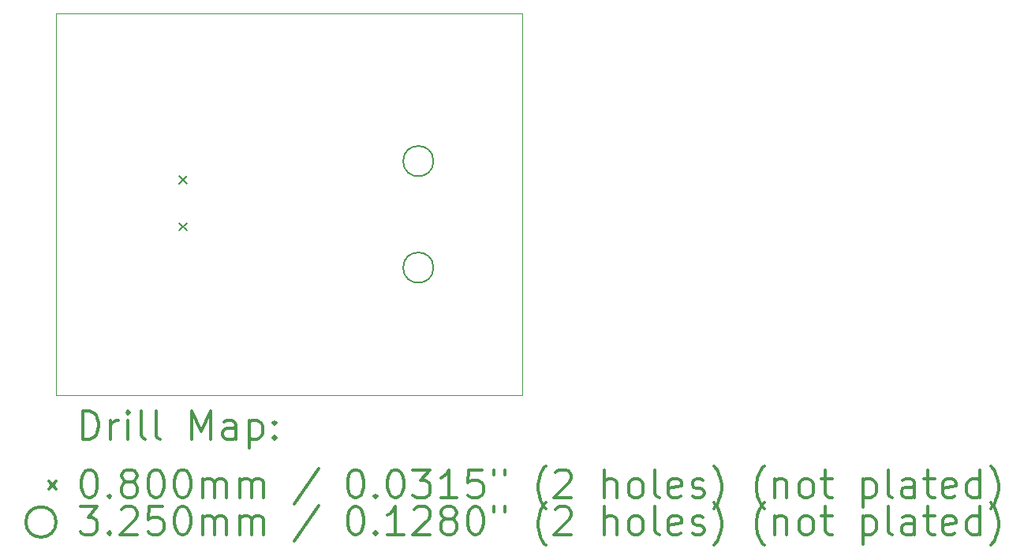
<source format=gbr>
%FSLAX45Y45*%
G04 Gerber Fmt 4.5, Leading zero omitted, Abs format (unit mm)*
G04 Created by KiCad (PCBNEW (5.1.12)-1) date 2021-12-17 13:11:07*
%MOMM*%
%LPD*%
G01*
G04 APERTURE LIST*
%TA.AperFunction,Profile*%
%ADD10C,0.050000*%
%TD*%
%ADD11C,0.200000*%
%ADD12C,0.300000*%
G04 APERTURE END LIST*
D10*
X16130000Y-11640000D02*
X11130000Y-11640000D01*
X16130000Y-7540000D02*
X16130000Y-11640000D01*
X11130000Y-11640000D02*
X11130000Y-7540000D01*
X11130000Y-7540000D02*
X16130000Y-7540000D01*
D11*
X12448982Y-9285050D02*
X12528982Y-9365050D01*
X12528982Y-9285050D02*
X12448982Y-9365050D01*
X12448982Y-9790790D02*
X12528982Y-9870790D01*
X12528982Y-9790790D02*
X12448982Y-9870790D01*
X15177500Y-9125000D02*
G75*
G03*
X15177500Y-9125000I-162500J0D01*
G01*
X15177500Y-10268000D02*
G75*
G03*
X15177500Y-10268000I-162500J0D01*
G01*
D12*
X11413928Y-12108214D02*
X11413928Y-11808214D01*
X11485357Y-11808214D01*
X11528214Y-11822500D01*
X11556786Y-11851071D01*
X11571071Y-11879643D01*
X11585357Y-11936786D01*
X11585357Y-11979643D01*
X11571071Y-12036786D01*
X11556786Y-12065357D01*
X11528214Y-12093929D01*
X11485357Y-12108214D01*
X11413928Y-12108214D01*
X11713928Y-12108214D02*
X11713928Y-11908214D01*
X11713928Y-11965357D02*
X11728214Y-11936786D01*
X11742500Y-11922500D01*
X11771071Y-11908214D01*
X11799643Y-11908214D01*
X11899643Y-12108214D02*
X11899643Y-11908214D01*
X11899643Y-11808214D02*
X11885357Y-11822500D01*
X11899643Y-11836786D01*
X11913928Y-11822500D01*
X11899643Y-11808214D01*
X11899643Y-11836786D01*
X12085357Y-12108214D02*
X12056786Y-12093929D01*
X12042500Y-12065357D01*
X12042500Y-11808214D01*
X12242500Y-12108214D02*
X12213928Y-12093929D01*
X12199643Y-12065357D01*
X12199643Y-11808214D01*
X12585357Y-12108214D02*
X12585357Y-11808214D01*
X12685357Y-12022500D01*
X12785357Y-11808214D01*
X12785357Y-12108214D01*
X13056786Y-12108214D02*
X13056786Y-11951071D01*
X13042500Y-11922500D01*
X13013928Y-11908214D01*
X12956786Y-11908214D01*
X12928214Y-11922500D01*
X13056786Y-12093929D02*
X13028214Y-12108214D01*
X12956786Y-12108214D01*
X12928214Y-12093929D01*
X12913928Y-12065357D01*
X12913928Y-12036786D01*
X12928214Y-12008214D01*
X12956786Y-11993929D01*
X13028214Y-11993929D01*
X13056786Y-11979643D01*
X13199643Y-11908214D02*
X13199643Y-12208214D01*
X13199643Y-11922500D02*
X13228214Y-11908214D01*
X13285357Y-11908214D01*
X13313928Y-11922500D01*
X13328214Y-11936786D01*
X13342500Y-11965357D01*
X13342500Y-12051071D01*
X13328214Y-12079643D01*
X13313928Y-12093929D01*
X13285357Y-12108214D01*
X13228214Y-12108214D01*
X13199643Y-12093929D01*
X13471071Y-12079643D02*
X13485357Y-12093929D01*
X13471071Y-12108214D01*
X13456786Y-12093929D01*
X13471071Y-12079643D01*
X13471071Y-12108214D01*
X13471071Y-11922500D02*
X13485357Y-11936786D01*
X13471071Y-11951071D01*
X13456786Y-11936786D01*
X13471071Y-11922500D01*
X13471071Y-11951071D01*
X11047500Y-12562500D02*
X11127500Y-12642500D01*
X11127500Y-12562500D02*
X11047500Y-12642500D01*
X11471071Y-12438214D02*
X11499643Y-12438214D01*
X11528214Y-12452500D01*
X11542500Y-12466786D01*
X11556786Y-12495357D01*
X11571071Y-12552500D01*
X11571071Y-12623929D01*
X11556786Y-12681071D01*
X11542500Y-12709643D01*
X11528214Y-12723929D01*
X11499643Y-12738214D01*
X11471071Y-12738214D01*
X11442500Y-12723929D01*
X11428214Y-12709643D01*
X11413928Y-12681071D01*
X11399643Y-12623929D01*
X11399643Y-12552500D01*
X11413928Y-12495357D01*
X11428214Y-12466786D01*
X11442500Y-12452500D01*
X11471071Y-12438214D01*
X11699643Y-12709643D02*
X11713928Y-12723929D01*
X11699643Y-12738214D01*
X11685357Y-12723929D01*
X11699643Y-12709643D01*
X11699643Y-12738214D01*
X11885357Y-12566786D02*
X11856786Y-12552500D01*
X11842500Y-12538214D01*
X11828214Y-12509643D01*
X11828214Y-12495357D01*
X11842500Y-12466786D01*
X11856786Y-12452500D01*
X11885357Y-12438214D01*
X11942500Y-12438214D01*
X11971071Y-12452500D01*
X11985357Y-12466786D01*
X11999643Y-12495357D01*
X11999643Y-12509643D01*
X11985357Y-12538214D01*
X11971071Y-12552500D01*
X11942500Y-12566786D01*
X11885357Y-12566786D01*
X11856786Y-12581071D01*
X11842500Y-12595357D01*
X11828214Y-12623929D01*
X11828214Y-12681071D01*
X11842500Y-12709643D01*
X11856786Y-12723929D01*
X11885357Y-12738214D01*
X11942500Y-12738214D01*
X11971071Y-12723929D01*
X11985357Y-12709643D01*
X11999643Y-12681071D01*
X11999643Y-12623929D01*
X11985357Y-12595357D01*
X11971071Y-12581071D01*
X11942500Y-12566786D01*
X12185357Y-12438214D02*
X12213928Y-12438214D01*
X12242500Y-12452500D01*
X12256786Y-12466786D01*
X12271071Y-12495357D01*
X12285357Y-12552500D01*
X12285357Y-12623929D01*
X12271071Y-12681071D01*
X12256786Y-12709643D01*
X12242500Y-12723929D01*
X12213928Y-12738214D01*
X12185357Y-12738214D01*
X12156786Y-12723929D01*
X12142500Y-12709643D01*
X12128214Y-12681071D01*
X12113928Y-12623929D01*
X12113928Y-12552500D01*
X12128214Y-12495357D01*
X12142500Y-12466786D01*
X12156786Y-12452500D01*
X12185357Y-12438214D01*
X12471071Y-12438214D02*
X12499643Y-12438214D01*
X12528214Y-12452500D01*
X12542500Y-12466786D01*
X12556786Y-12495357D01*
X12571071Y-12552500D01*
X12571071Y-12623929D01*
X12556786Y-12681071D01*
X12542500Y-12709643D01*
X12528214Y-12723929D01*
X12499643Y-12738214D01*
X12471071Y-12738214D01*
X12442500Y-12723929D01*
X12428214Y-12709643D01*
X12413928Y-12681071D01*
X12399643Y-12623929D01*
X12399643Y-12552500D01*
X12413928Y-12495357D01*
X12428214Y-12466786D01*
X12442500Y-12452500D01*
X12471071Y-12438214D01*
X12699643Y-12738214D02*
X12699643Y-12538214D01*
X12699643Y-12566786D02*
X12713928Y-12552500D01*
X12742500Y-12538214D01*
X12785357Y-12538214D01*
X12813928Y-12552500D01*
X12828214Y-12581071D01*
X12828214Y-12738214D01*
X12828214Y-12581071D02*
X12842500Y-12552500D01*
X12871071Y-12538214D01*
X12913928Y-12538214D01*
X12942500Y-12552500D01*
X12956786Y-12581071D01*
X12956786Y-12738214D01*
X13099643Y-12738214D02*
X13099643Y-12538214D01*
X13099643Y-12566786D02*
X13113928Y-12552500D01*
X13142500Y-12538214D01*
X13185357Y-12538214D01*
X13213928Y-12552500D01*
X13228214Y-12581071D01*
X13228214Y-12738214D01*
X13228214Y-12581071D02*
X13242500Y-12552500D01*
X13271071Y-12538214D01*
X13313928Y-12538214D01*
X13342500Y-12552500D01*
X13356786Y-12581071D01*
X13356786Y-12738214D01*
X13942500Y-12423929D02*
X13685357Y-12809643D01*
X14328214Y-12438214D02*
X14356786Y-12438214D01*
X14385357Y-12452500D01*
X14399643Y-12466786D01*
X14413928Y-12495357D01*
X14428214Y-12552500D01*
X14428214Y-12623929D01*
X14413928Y-12681071D01*
X14399643Y-12709643D01*
X14385357Y-12723929D01*
X14356786Y-12738214D01*
X14328214Y-12738214D01*
X14299643Y-12723929D01*
X14285357Y-12709643D01*
X14271071Y-12681071D01*
X14256786Y-12623929D01*
X14256786Y-12552500D01*
X14271071Y-12495357D01*
X14285357Y-12466786D01*
X14299643Y-12452500D01*
X14328214Y-12438214D01*
X14556786Y-12709643D02*
X14571071Y-12723929D01*
X14556786Y-12738214D01*
X14542500Y-12723929D01*
X14556786Y-12709643D01*
X14556786Y-12738214D01*
X14756786Y-12438214D02*
X14785357Y-12438214D01*
X14813928Y-12452500D01*
X14828214Y-12466786D01*
X14842500Y-12495357D01*
X14856786Y-12552500D01*
X14856786Y-12623929D01*
X14842500Y-12681071D01*
X14828214Y-12709643D01*
X14813928Y-12723929D01*
X14785357Y-12738214D01*
X14756786Y-12738214D01*
X14728214Y-12723929D01*
X14713928Y-12709643D01*
X14699643Y-12681071D01*
X14685357Y-12623929D01*
X14685357Y-12552500D01*
X14699643Y-12495357D01*
X14713928Y-12466786D01*
X14728214Y-12452500D01*
X14756786Y-12438214D01*
X14956786Y-12438214D02*
X15142500Y-12438214D01*
X15042500Y-12552500D01*
X15085357Y-12552500D01*
X15113928Y-12566786D01*
X15128214Y-12581071D01*
X15142500Y-12609643D01*
X15142500Y-12681071D01*
X15128214Y-12709643D01*
X15113928Y-12723929D01*
X15085357Y-12738214D01*
X14999643Y-12738214D01*
X14971071Y-12723929D01*
X14956786Y-12709643D01*
X15428214Y-12738214D02*
X15256786Y-12738214D01*
X15342500Y-12738214D02*
X15342500Y-12438214D01*
X15313928Y-12481071D01*
X15285357Y-12509643D01*
X15256786Y-12523929D01*
X15699643Y-12438214D02*
X15556786Y-12438214D01*
X15542500Y-12581071D01*
X15556786Y-12566786D01*
X15585357Y-12552500D01*
X15656786Y-12552500D01*
X15685357Y-12566786D01*
X15699643Y-12581071D01*
X15713928Y-12609643D01*
X15713928Y-12681071D01*
X15699643Y-12709643D01*
X15685357Y-12723929D01*
X15656786Y-12738214D01*
X15585357Y-12738214D01*
X15556786Y-12723929D01*
X15542500Y-12709643D01*
X15828214Y-12438214D02*
X15828214Y-12495357D01*
X15942500Y-12438214D02*
X15942500Y-12495357D01*
X16385357Y-12852500D02*
X16371071Y-12838214D01*
X16342500Y-12795357D01*
X16328214Y-12766786D01*
X16313928Y-12723929D01*
X16299643Y-12652500D01*
X16299643Y-12595357D01*
X16313928Y-12523929D01*
X16328214Y-12481071D01*
X16342500Y-12452500D01*
X16371071Y-12409643D01*
X16385357Y-12395357D01*
X16485357Y-12466786D02*
X16499643Y-12452500D01*
X16528214Y-12438214D01*
X16599643Y-12438214D01*
X16628214Y-12452500D01*
X16642500Y-12466786D01*
X16656786Y-12495357D01*
X16656786Y-12523929D01*
X16642500Y-12566786D01*
X16471071Y-12738214D01*
X16656786Y-12738214D01*
X17013928Y-12738214D02*
X17013928Y-12438214D01*
X17142500Y-12738214D02*
X17142500Y-12581071D01*
X17128214Y-12552500D01*
X17099643Y-12538214D01*
X17056786Y-12538214D01*
X17028214Y-12552500D01*
X17013928Y-12566786D01*
X17328214Y-12738214D02*
X17299643Y-12723929D01*
X17285357Y-12709643D01*
X17271071Y-12681071D01*
X17271071Y-12595357D01*
X17285357Y-12566786D01*
X17299643Y-12552500D01*
X17328214Y-12538214D01*
X17371071Y-12538214D01*
X17399643Y-12552500D01*
X17413928Y-12566786D01*
X17428214Y-12595357D01*
X17428214Y-12681071D01*
X17413928Y-12709643D01*
X17399643Y-12723929D01*
X17371071Y-12738214D01*
X17328214Y-12738214D01*
X17599643Y-12738214D02*
X17571071Y-12723929D01*
X17556786Y-12695357D01*
X17556786Y-12438214D01*
X17828214Y-12723929D02*
X17799643Y-12738214D01*
X17742500Y-12738214D01*
X17713928Y-12723929D01*
X17699643Y-12695357D01*
X17699643Y-12581071D01*
X17713928Y-12552500D01*
X17742500Y-12538214D01*
X17799643Y-12538214D01*
X17828214Y-12552500D01*
X17842500Y-12581071D01*
X17842500Y-12609643D01*
X17699643Y-12638214D01*
X17956786Y-12723929D02*
X17985357Y-12738214D01*
X18042500Y-12738214D01*
X18071071Y-12723929D01*
X18085357Y-12695357D01*
X18085357Y-12681071D01*
X18071071Y-12652500D01*
X18042500Y-12638214D01*
X17999643Y-12638214D01*
X17971071Y-12623929D01*
X17956786Y-12595357D01*
X17956786Y-12581071D01*
X17971071Y-12552500D01*
X17999643Y-12538214D01*
X18042500Y-12538214D01*
X18071071Y-12552500D01*
X18185357Y-12852500D02*
X18199643Y-12838214D01*
X18228214Y-12795357D01*
X18242500Y-12766786D01*
X18256786Y-12723929D01*
X18271071Y-12652500D01*
X18271071Y-12595357D01*
X18256786Y-12523929D01*
X18242500Y-12481071D01*
X18228214Y-12452500D01*
X18199643Y-12409643D01*
X18185357Y-12395357D01*
X18728214Y-12852500D02*
X18713928Y-12838214D01*
X18685357Y-12795357D01*
X18671071Y-12766786D01*
X18656786Y-12723929D01*
X18642500Y-12652500D01*
X18642500Y-12595357D01*
X18656786Y-12523929D01*
X18671071Y-12481071D01*
X18685357Y-12452500D01*
X18713928Y-12409643D01*
X18728214Y-12395357D01*
X18842500Y-12538214D02*
X18842500Y-12738214D01*
X18842500Y-12566786D02*
X18856786Y-12552500D01*
X18885357Y-12538214D01*
X18928214Y-12538214D01*
X18956786Y-12552500D01*
X18971071Y-12581071D01*
X18971071Y-12738214D01*
X19156786Y-12738214D02*
X19128214Y-12723929D01*
X19113928Y-12709643D01*
X19099643Y-12681071D01*
X19099643Y-12595357D01*
X19113928Y-12566786D01*
X19128214Y-12552500D01*
X19156786Y-12538214D01*
X19199643Y-12538214D01*
X19228214Y-12552500D01*
X19242500Y-12566786D01*
X19256786Y-12595357D01*
X19256786Y-12681071D01*
X19242500Y-12709643D01*
X19228214Y-12723929D01*
X19199643Y-12738214D01*
X19156786Y-12738214D01*
X19342500Y-12538214D02*
X19456786Y-12538214D01*
X19385357Y-12438214D02*
X19385357Y-12695357D01*
X19399643Y-12723929D01*
X19428214Y-12738214D01*
X19456786Y-12738214D01*
X19785357Y-12538214D02*
X19785357Y-12838214D01*
X19785357Y-12552500D02*
X19813928Y-12538214D01*
X19871071Y-12538214D01*
X19899643Y-12552500D01*
X19913928Y-12566786D01*
X19928214Y-12595357D01*
X19928214Y-12681071D01*
X19913928Y-12709643D01*
X19899643Y-12723929D01*
X19871071Y-12738214D01*
X19813928Y-12738214D01*
X19785357Y-12723929D01*
X20099643Y-12738214D02*
X20071071Y-12723929D01*
X20056786Y-12695357D01*
X20056786Y-12438214D01*
X20342500Y-12738214D02*
X20342500Y-12581071D01*
X20328214Y-12552500D01*
X20299643Y-12538214D01*
X20242500Y-12538214D01*
X20213928Y-12552500D01*
X20342500Y-12723929D02*
X20313928Y-12738214D01*
X20242500Y-12738214D01*
X20213928Y-12723929D01*
X20199643Y-12695357D01*
X20199643Y-12666786D01*
X20213928Y-12638214D01*
X20242500Y-12623929D01*
X20313928Y-12623929D01*
X20342500Y-12609643D01*
X20442500Y-12538214D02*
X20556786Y-12538214D01*
X20485357Y-12438214D02*
X20485357Y-12695357D01*
X20499643Y-12723929D01*
X20528214Y-12738214D01*
X20556786Y-12738214D01*
X20771071Y-12723929D02*
X20742500Y-12738214D01*
X20685357Y-12738214D01*
X20656786Y-12723929D01*
X20642500Y-12695357D01*
X20642500Y-12581071D01*
X20656786Y-12552500D01*
X20685357Y-12538214D01*
X20742500Y-12538214D01*
X20771071Y-12552500D01*
X20785357Y-12581071D01*
X20785357Y-12609643D01*
X20642500Y-12638214D01*
X21042500Y-12738214D02*
X21042500Y-12438214D01*
X21042500Y-12723929D02*
X21013928Y-12738214D01*
X20956786Y-12738214D01*
X20928214Y-12723929D01*
X20913928Y-12709643D01*
X20899643Y-12681071D01*
X20899643Y-12595357D01*
X20913928Y-12566786D01*
X20928214Y-12552500D01*
X20956786Y-12538214D01*
X21013928Y-12538214D01*
X21042500Y-12552500D01*
X21156786Y-12852500D02*
X21171071Y-12838214D01*
X21199643Y-12795357D01*
X21213928Y-12766786D01*
X21228214Y-12723929D01*
X21242500Y-12652500D01*
X21242500Y-12595357D01*
X21228214Y-12523929D01*
X21213928Y-12481071D01*
X21199643Y-12452500D01*
X21171071Y-12409643D01*
X21156786Y-12395357D01*
X11127500Y-12998500D02*
G75*
G03*
X11127500Y-12998500I-162500J0D01*
G01*
X11385357Y-12834214D02*
X11571071Y-12834214D01*
X11471071Y-12948500D01*
X11513928Y-12948500D01*
X11542500Y-12962786D01*
X11556786Y-12977071D01*
X11571071Y-13005643D01*
X11571071Y-13077071D01*
X11556786Y-13105643D01*
X11542500Y-13119929D01*
X11513928Y-13134214D01*
X11428214Y-13134214D01*
X11399643Y-13119929D01*
X11385357Y-13105643D01*
X11699643Y-13105643D02*
X11713928Y-13119929D01*
X11699643Y-13134214D01*
X11685357Y-13119929D01*
X11699643Y-13105643D01*
X11699643Y-13134214D01*
X11828214Y-12862786D02*
X11842500Y-12848500D01*
X11871071Y-12834214D01*
X11942500Y-12834214D01*
X11971071Y-12848500D01*
X11985357Y-12862786D01*
X11999643Y-12891357D01*
X11999643Y-12919929D01*
X11985357Y-12962786D01*
X11813928Y-13134214D01*
X11999643Y-13134214D01*
X12271071Y-12834214D02*
X12128214Y-12834214D01*
X12113928Y-12977071D01*
X12128214Y-12962786D01*
X12156786Y-12948500D01*
X12228214Y-12948500D01*
X12256786Y-12962786D01*
X12271071Y-12977071D01*
X12285357Y-13005643D01*
X12285357Y-13077071D01*
X12271071Y-13105643D01*
X12256786Y-13119929D01*
X12228214Y-13134214D01*
X12156786Y-13134214D01*
X12128214Y-13119929D01*
X12113928Y-13105643D01*
X12471071Y-12834214D02*
X12499643Y-12834214D01*
X12528214Y-12848500D01*
X12542500Y-12862786D01*
X12556786Y-12891357D01*
X12571071Y-12948500D01*
X12571071Y-13019929D01*
X12556786Y-13077071D01*
X12542500Y-13105643D01*
X12528214Y-13119929D01*
X12499643Y-13134214D01*
X12471071Y-13134214D01*
X12442500Y-13119929D01*
X12428214Y-13105643D01*
X12413928Y-13077071D01*
X12399643Y-13019929D01*
X12399643Y-12948500D01*
X12413928Y-12891357D01*
X12428214Y-12862786D01*
X12442500Y-12848500D01*
X12471071Y-12834214D01*
X12699643Y-13134214D02*
X12699643Y-12934214D01*
X12699643Y-12962786D02*
X12713928Y-12948500D01*
X12742500Y-12934214D01*
X12785357Y-12934214D01*
X12813928Y-12948500D01*
X12828214Y-12977071D01*
X12828214Y-13134214D01*
X12828214Y-12977071D02*
X12842500Y-12948500D01*
X12871071Y-12934214D01*
X12913928Y-12934214D01*
X12942500Y-12948500D01*
X12956786Y-12977071D01*
X12956786Y-13134214D01*
X13099643Y-13134214D02*
X13099643Y-12934214D01*
X13099643Y-12962786D02*
X13113928Y-12948500D01*
X13142500Y-12934214D01*
X13185357Y-12934214D01*
X13213928Y-12948500D01*
X13228214Y-12977071D01*
X13228214Y-13134214D01*
X13228214Y-12977071D02*
X13242500Y-12948500D01*
X13271071Y-12934214D01*
X13313928Y-12934214D01*
X13342500Y-12948500D01*
X13356786Y-12977071D01*
X13356786Y-13134214D01*
X13942500Y-12819929D02*
X13685357Y-13205643D01*
X14328214Y-12834214D02*
X14356786Y-12834214D01*
X14385357Y-12848500D01*
X14399643Y-12862786D01*
X14413928Y-12891357D01*
X14428214Y-12948500D01*
X14428214Y-13019929D01*
X14413928Y-13077071D01*
X14399643Y-13105643D01*
X14385357Y-13119929D01*
X14356786Y-13134214D01*
X14328214Y-13134214D01*
X14299643Y-13119929D01*
X14285357Y-13105643D01*
X14271071Y-13077071D01*
X14256786Y-13019929D01*
X14256786Y-12948500D01*
X14271071Y-12891357D01*
X14285357Y-12862786D01*
X14299643Y-12848500D01*
X14328214Y-12834214D01*
X14556786Y-13105643D02*
X14571071Y-13119929D01*
X14556786Y-13134214D01*
X14542500Y-13119929D01*
X14556786Y-13105643D01*
X14556786Y-13134214D01*
X14856786Y-13134214D02*
X14685357Y-13134214D01*
X14771071Y-13134214D02*
X14771071Y-12834214D01*
X14742500Y-12877071D01*
X14713928Y-12905643D01*
X14685357Y-12919929D01*
X14971071Y-12862786D02*
X14985357Y-12848500D01*
X15013928Y-12834214D01*
X15085357Y-12834214D01*
X15113928Y-12848500D01*
X15128214Y-12862786D01*
X15142500Y-12891357D01*
X15142500Y-12919929D01*
X15128214Y-12962786D01*
X14956786Y-13134214D01*
X15142500Y-13134214D01*
X15313928Y-12962786D02*
X15285357Y-12948500D01*
X15271071Y-12934214D01*
X15256786Y-12905643D01*
X15256786Y-12891357D01*
X15271071Y-12862786D01*
X15285357Y-12848500D01*
X15313928Y-12834214D01*
X15371071Y-12834214D01*
X15399643Y-12848500D01*
X15413928Y-12862786D01*
X15428214Y-12891357D01*
X15428214Y-12905643D01*
X15413928Y-12934214D01*
X15399643Y-12948500D01*
X15371071Y-12962786D01*
X15313928Y-12962786D01*
X15285357Y-12977071D01*
X15271071Y-12991357D01*
X15256786Y-13019929D01*
X15256786Y-13077071D01*
X15271071Y-13105643D01*
X15285357Y-13119929D01*
X15313928Y-13134214D01*
X15371071Y-13134214D01*
X15399643Y-13119929D01*
X15413928Y-13105643D01*
X15428214Y-13077071D01*
X15428214Y-13019929D01*
X15413928Y-12991357D01*
X15399643Y-12977071D01*
X15371071Y-12962786D01*
X15613928Y-12834214D02*
X15642500Y-12834214D01*
X15671071Y-12848500D01*
X15685357Y-12862786D01*
X15699643Y-12891357D01*
X15713928Y-12948500D01*
X15713928Y-13019929D01*
X15699643Y-13077071D01*
X15685357Y-13105643D01*
X15671071Y-13119929D01*
X15642500Y-13134214D01*
X15613928Y-13134214D01*
X15585357Y-13119929D01*
X15571071Y-13105643D01*
X15556786Y-13077071D01*
X15542500Y-13019929D01*
X15542500Y-12948500D01*
X15556786Y-12891357D01*
X15571071Y-12862786D01*
X15585357Y-12848500D01*
X15613928Y-12834214D01*
X15828214Y-12834214D02*
X15828214Y-12891357D01*
X15942500Y-12834214D02*
X15942500Y-12891357D01*
X16385357Y-13248500D02*
X16371071Y-13234214D01*
X16342500Y-13191357D01*
X16328214Y-13162786D01*
X16313928Y-13119929D01*
X16299643Y-13048500D01*
X16299643Y-12991357D01*
X16313928Y-12919929D01*
X16328214Y-12877071D01*
X16342500Y-12848500D01*
X16371071Y-12805643D01*
X16385357Y-12791357D01*
X16485357Y-12862786D02*
X16499643Y-12848500D01*
X16528214Y-12834214D01*
X16599643Y-12834214D01*
X16628214Y-12848500D01*
X16642500Y-12862786D01*
X16656786Y-12891357D01*
X16656786Y-12919929D01*
X16642500Y-12962786D01*
X16471071Y-13134214D01*
X16656786Y-13134214D01*
X17013928Y-13134214D02*
X17013928Y-12834214D01*
X17142500Y-13134214D02*
X17142500Y-12977071D01*
X17128214Y-12948500D01*
X17099643Y-12934214D01*
X17056786Y-12934214D01*
X17028214Y-12948500D01*
X17013928Y-12962786D01*
X17328214Y-13134214D02*
X17299643Y-13119929D01*
X17285357Y-13105643D01*
X17271071Y-13077071D01*
X17271071Y-12991357D01*
X17285357Y-12962786D01*
X17299643Y-12948500D01*
X17328214Y-12934214D01*
X17371071Y-12934214D01*
X17399643Y-12948500D01*
X17413928Y-12962786D01*
X17428214Y-12991357D01*
X17428214Y-13077071D01*
X17413928Y-13105643D01*
X17399643Y-13119929D01*
X17371071Y-13134214D01*
X17328214Y-13134214D01*
X17599643Y-13134214D02*
X17571071Y-13119929D01*
X17556786Y-13091357D01*
X17556786Y-12834214D01*
X17828214Y-13119929D02*
X17799643Y-13134214D01*
X17742500Y-13134214D01*
X17713928Y-13119929D01*
X17699643Y-13091357D01*
X17699643Y-12977071D01*
X17713928Y-12948500D01*
X17742500Y-12934214D01*
X17799643Y-12934214D01*
X17828214Y-12948500D01*
X17842500Y-12977071D01*
X17842500Y-13005643D01*
X17699643Y-13034214D01*
X17956786Y-13119929D02*
X17985357Y-13134214D01*
X18042500Y-13134214D01*
X18071071Y-13119929D01*
X18085357Y-13091357D01*
X18085357Y-13077071D01*
X18071071Y-13048500D01*
X18042500Y-13034214D01*
X17999643Y-13034214D01*
X17971071Y-13019929D01*
X17956786Y-12991357D01*
X17956786Y-12977071D01*
X17971071Y-12948500D01*
X17999643Y-12934214D01*
X18042500Y-12934214D01*
X18071071Y-12948500D01*
X18185357Y-13248500D02*
X18199643Y-13234214D01*
X18228214Y-13191357D01*
X18242500Y-13162786D01*
X18256786Y-13119929D01*
X18271071Y-13048500D01*
X18271071Y-12991357D01*
X18256786Y-12919929D01*
X18242500Y-12877071D01*
X18228214Y-12848500D01*
X18199643Y-12805643D01*
X18185357Y-12791357D01*
X18728214Y-13248500D02*
X18713928Y-13234214D01*
X18685357Y-13191357D01*
X18671071Y-13162786D01*
X18656786Y-13119929D01*
X18642500Y-13048500D01*
X18642500Y-12991357D01*
X18656786Y-12919929D01*
X18671071Y-12877071D01*
X18685357Y-12848500D01*
X18713928Y-12805643D01*
X18728214Y-12791357D01*
X18842500Y-12934214D02*
X18842500Y-13134214D01*
X18842500Y-12962786D02*
X18856786Y-12948500D01*
X18885357Y-12934214D01*
X18928214Y-12934214D01*
X18956786Y-12948500D01*
X18971071Y-12977071D01*
X18971071Y-13134214D01*
X19156786Y-13134214D02*
X19128214Y-13119929D01*
X19113928Y-13105643D01*
X19099643Y-13077071D01*
X19099643Y-12991357D01*
X19113928Y-12962786D01*
X19128214Y-12948500D01*
X19156786Y-12934214D01*
X19199643Y-12934214D01*
X19228214Y-12948500D01*
X19242500Y-12962786D01*
X19256786Y-12991357D01*
X19256786Y-13077071D01*
X19242500Y-13105643D01*
X19228214Y-13119929D01*
X19199643Y-13134214D01*
X19156786Y-13134214D01*
X19342500Y-12934214D02*
X19456786Y-12934214D01*
X19385357Y-12834214D02*
X19385357Y-13091357D01*
X19399643Y-13119929D01*
X19428214Y-13134214D01*
X19456786Y-13134214D01*
X19785357Y-12934214D02*
X19785357Y-13234214D01*
X19785357Y-12948500D02*
X19813928Y-12934214D01*
X19871071Y-12934214D01*
X19899643Y-12948500D01*
X19913928Y-12962786D01*
X19928214Y-12991357D01*
X19928214Y-13077071D01*
X19913928Y-13105643D01*
X19899643Y-13119929D01*
X19871071Y-13134214D01*
X19813928Y-13134214D01*
X19785357Y-13119929D01*
X20099643Y-13134214D02*
X20071071Y-13119929D01*
X20056786Y-13091357D01*
X20056786Y-12834214D01*
X20342500Y-13134214D02*
X20342500Y-12977071D01*
X20328214Y-12948500D01*
X20299643Y-12934214D01*
X20242500Y-12934214D01*
X20213928Y-12948500D01*
X20342500Y-13119929D02*
X20313928Y-13134214D01*
X20242500Y-13134214D01*
X20213928Y-13119929D01*
X20199643Y-13091357D01*
X20199643Y-13062786D01*
X20213928Y-13034214D01*
X20242500Y-13019929D01*
X20313928Y-13019929D01*
X20342500Y-13005643D01*
X20442500Y-12934214D02*
X20556786Y-12934214D01*
X20485357Y-12834214D02*
X20485357Y-13091357D01*
X20499643Y-13119929D01*
X20528214Y-13134214D01*
X20556786Y-13134214D01*
X20771071Y-13119929D02*
X20742500Y-13134214D01*
X20685357Y-13134214D01*
X20656786Y-13119929D01*
X20642500Y-13091357D01*
X20642500Y-12977071D01*
X20656786Y-12948500D01*
X20685357Y-12934214D01*
X20742500Y-12934214D01*
X20771071Y-12948500D01*
X20785357Y-12977071D01*
X20785357Y-13005643D01*
X20642500Y-13034214D01*
X21042500Y-13134214D02*
X21042500Y-12834214D01*
X21042500Y-13119929D02*
X21013928Y-13134214D01*
X20956786Y-13134214D01*
X20928214Y-13119929D01*
X20913928Y-13105643D01*
X20899643Y-13077071D01*
X20899643Y-12991357D01*
X20913928Y-12962786D01*
X20928214Y-12948500D01*
X20956786Y-12934214D01*
X21013928Y-12934214D01*
X21042500Y-12948500D01*
X21156786Y-13248500D02*
X21171071Y-13234214D01*
X21199643Y-13191357D01*
X21213928Y-13162786D01*
X21228214Y-13119929D01*
X21242500Y-13048500D01*
X21242500Y-12991357D01*
X21228214Y-12919929D01*
X21213928Y-12877071D01*
X21199643Y-12848500D01*
X21171071Y-12805643D01*
X21156786Y-12791357D01*
M02*

</source>
